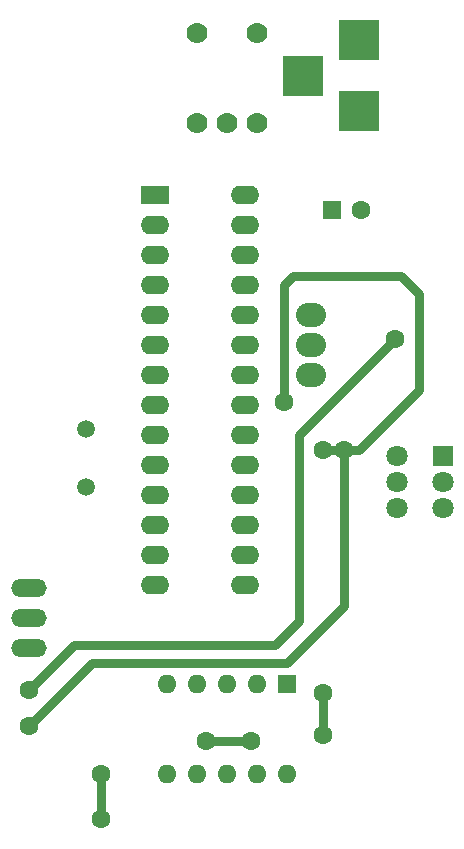
<source format=gbr>
G04 #@! TF.FileFunction,Copper,L1,Top,Signal*
%FSLAX46Y46*%
G04 Gerber Fmt 4.6, Leading zero omitted, Abs format (unit mm)*
G04 Created by KiCad (PCBNEW 4.0.7) date 02/17/19 14:56:20*
%MOMM*%
%LPD*%
G01*
G04 APERTURE LIST*
%ADD10C,0.100000*%
%ADD11C,1.778000*%
%ADD12R,3.500000X3.500000*%
%ADD13O,3.010000X1.510000*%
%ADD14R,1.800000X1.800000*%
%ADD15C,1.800000*%
%ADD16O,2.540000X2.032000*%
%ADD17C,1.500000*%
%ADD18R,2.400000X1.600000*%
%ADD19O,2.400000X1.600000*%
%ADD20R,1.600000X1.600000*%
%ADD21O,1.600000X1.600000*%
%ADD22C,1.600000*%
%ADD23C,0.800000*%
G04 APERTURE END LIST*
D10*
D11*
X171196000Y-87630000D03*
X176276000Y-87630000D03*
X176276000Y-95250000D03*
X173736000Y-95250000D03*
X171196000Y-95250000D03*
D12*
X184912000Y-94234000D03*
X184912000Y-88234000D03*
X180212000Y-91234000D03*
D13*
X156972000Y-134620000D03*
X156972000Y-137160000D03*
X156972000Y-139700000D03*
D14*
X192024000Y-123444000D03*
D15*
X192024000Y-125644000D03*
X192024000Y-127844000D03*
X188124000Y-123444000D03*
X188124000Y-125644000D03*
X188124000Y-127844000D03*
D16*
X180848000Y-114046000D03*
X180848000Y-116586000D03*
X180848000Y-111506000D03*
D17*
X161798000Y-121158000D03*
X161798000Y-126038000D03*
D18*
X167640000Y-101346000D03*
D19*
X175260000Y-134366000D03*
X167640000Y-103886000D03*
X175260000Y-131826000D03*
X167640000Y-106426000D03*
X175260000Y-129286000D03*
X167640000Y-108966000D03*
X175260000Y-126746000D03*
X167640000Y-111506000D03*
X175260000Y-124206000D03*
X167640000Y-114046000D03*
X175260000Y-121666000D03*
X167640000Y-116586000D03*
X175260000Y-119126000D03*
X167640000Y-119126000D03*
X175260000Y-116586000D03*
X167640000Y-121666000D03*
X175260000Y-114046000D03*
X167640000Y-124206000D03*
X175260000Y-111506000D03*
X167640000Y-126746000D03*
X175260000Y-108966000D03*
X167640000Y-129286000D03*
X175260000Y-106426000D03*
X167640000Y-131826000D03*
X175260000Y-103886000D03*
X167640000Y-134366000D03*
X175260000Y-101346000D03*
D20*
X178816000Y-142748000D03*
D21*
X168656000Y-150368000D03*
X176276000Y-142748000D03*
X171196000Y-150368000D03*
X173736000Y-142748000D03*
X173736000Y-150368000D03*
X171196000Y-142748000D03*
X176276000Y-150368000D03*
X168656000Y-142748000D03*
X178816000Y-150368000D03*
D20*
X182626000Y-102616000D03*
D22*
X185126000Y-102616000D03*
X181864000Y-143510000D03*
X181864000Y-147066000D03*
X163068000Y-154178000D03*
X163068000Y-150368000D03*
X187960000Y-113538000D03*
X156972000Y-143256000D03*
X171958000Y-147574000D03*
X175768000Y-147574000D03*
X181864000Y-122936000D03*
X156972000Y-146304000D03*
X178562000Y-118872000D03*
X183642000Y-122936000D03*
D23*
X181864000Y-147066000D02*
X181864000Y-143510000D01*
X163068000Y-150368000D02*
X163068000Y-154178000D01*
X187960000Y-113538000D02*
X179832000Y-121666000D01*
X179832000Y-121666000D02*
X179832000Y-137414000D01*
X179832000Y-137414000D02*
X177800000Y-139446000D01*
X177800000Y-139446000D02*
X160782000Y-139446000D01*
X160782000Y-139446000D02*
X156972000Y-143256000D01*
X171958000Y-147574000D02*
X175768000Y-147574000D01*
X181864000Y-122936000D02*
X183642000Y-122936000D01*
X183642000Y-122936000D02*
X183642000Y-136144000D01*
X183642000Y-136144000D02*
X178816000Y-140970000D01*
X178816000Y-140970000D02*
X162306000Y-140970000D01*
X162306000Y-140970000D02*
X156972000Y-146304000D01*
X178562000Y-118872000D02*
X178562000Y-108966000D01*
X178562000Y-108966000D02*
X179324000Y-108204000D01*
X179324000Y-108204000D02*
X188468000Y-108204000D01*
X188468000Y-108204000D02*
X188976000Y-108712000D01*
X188976000Y-108712000D02*
X189992000Y-109728000D01*
X189992000Y-109728000D02*
X189992000Y-117856000D01*
X189992000Y-117856000D02*
X184912000Y-122936000D01*
X184912000Y-122936000D02*
X183642000Y-122936000D01*
M02*

</source>
